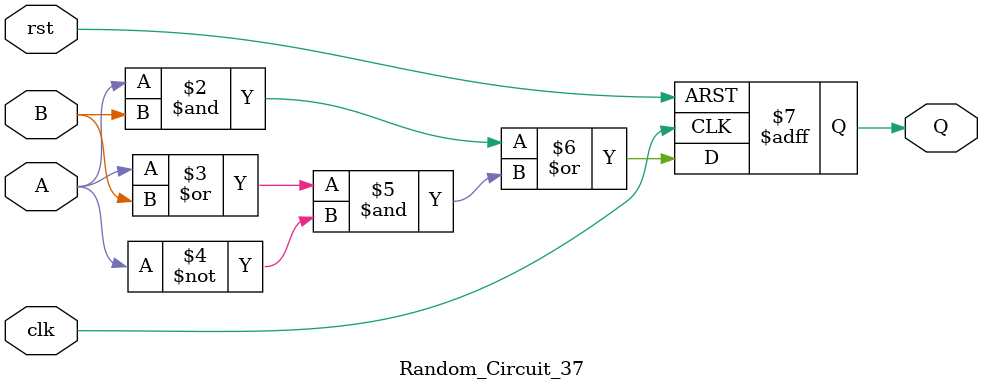
<source format=v>
module Random_Circuit_37 (
    input A, B, clk, rst,
    output reg Q
);
    always @(posedge clk or posedge rst) begin
        if (rst)
            Q <= 0;
        else
            Q <= (A & B) | (A | B) & ~A;  // AND, OR, NOT logic
    end
endmodule

</source>
